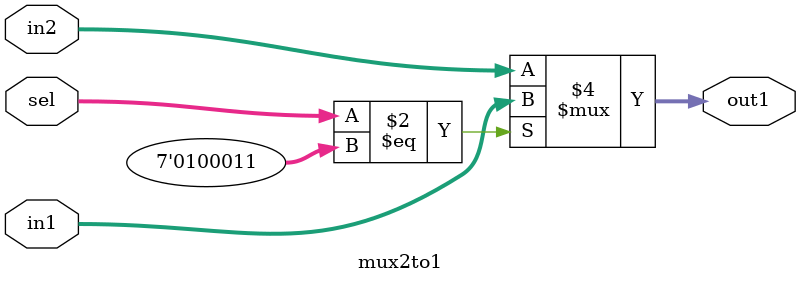
<source format=sv>
module mux2to1
(
    input  logic [31:0] in1,
    input  logic [31:0] in2,
    input  logic [6:0] sel,
    output logic [31:0] out1
);

    always_comb begin
        if(sel == 7'b0100011) begin 
            out1 = in1;
        end
        else begin
            out1 = in2;
        end
    end

endmodule

</source>
